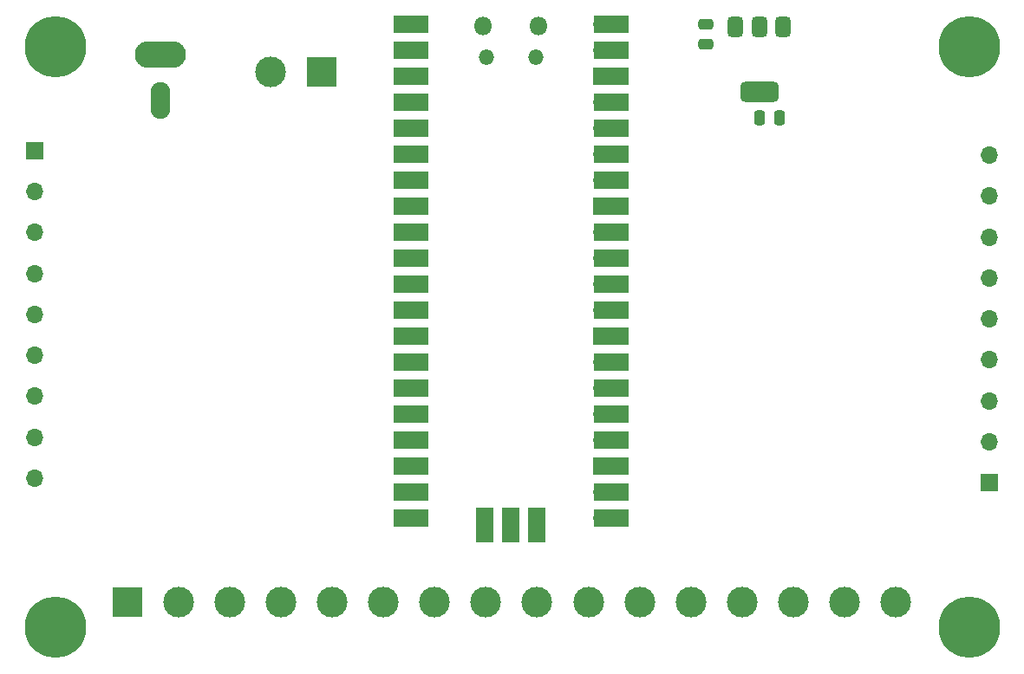
<source format=gbr>
%TF.GenerationSoftware,KiCad,Pcbnew,8.0.1*%
%TF.CreationDate,2024-07-17T22:43:04+10:00*%
%TF.ProjectId,psx,7073782e-6b69-4636-9164-5f7063625858,rev?*%
%TF.SameCoordinates,Original*%
%TF.FileFunction,Soldermask,Top*%
%TF.FilePolarity,Negative*%
%FSLAX46Y46*%
G04 Gerber Fmt 4.6, Leading zero omitted, Abs format (unit mm)*
G04 Created by KiCad (PCBNEW 8.0.1) date 2024-07-17 22:43:04*
%MOMM*%
%LPD*%
G01*
G04 APERTURE LIST*
G04 Aperture macros list*
%AMRoundRect*
0 Rectangle with rounded corners*
0 $1 Rounding radius*
0 $2 $3 $4 $5 $6 $7 $8 $9 X,Y pos of 4 corners*
0 Add a 4 corners polygon primitive as box body*
4,1,4,$2,$3,$4,$5,$6,$7,$8,$9,$2,$3,0*
0 Add four circle primitives for the rounded corners*
1,1,$1+$1,$2,$3*
1,1,$1+$1,$4,$5*
1,1,$1+$1,$6,$7*
1,1,$1+$1,$8,$9*
0 Add four rect primitives between the rounded corners*
20,1,$1+$1,$2,$3,$4,$5,0*
20,1,$1+$1,$4,$5,$6,$7,0*
20,1,$1+$1,$6,$7,$8,$9,0*
20,1,$1+$1,$8,$9,$2,$3,0*%
G04 Aperture macros list end*
%ADD10R,3.000000X3.000000*%
%ADD11C,3.000000*%
%ADD12C,6.000000*%
%ADD13O,1.800000X1.800000*%
%ADD14O,1.500000X1.500000*%
%ADD15O,1.700000X1.700000*%
%ADD16R,3.500000X1.700000*%
%ADD17R,1.700000X1.700000*%
%ADD18R,1.700000X3.500000*%
%ADD19RoundRect,0.250000X-0.475000X0.250000X-0.475000X-0.250000X0.475000X-0.250000X0.475000X0.250000X0*%
%ADD20RoundRect,0.375000X-0.375000X0.625000X-0.375000X-0.625000X0.375000X-0.625000X0.375000X0.625000X0*%
%ADD21RoundRect,0.500000X-1.400000X0.500000X-1.400000X-0.500000X1.400000X-0.500000X1.400000X0.500000X0*%
%ADD22O,5.004000X2.604000*%
%ADD23O,1.904000X3.604000*%
%ADD24RoundRect,0.250000X-0.250000X-0.475000X0.250000X-0.475000X0.250000X0.475000X-0.250000X0.475000X0*%
G04 APERTURE END LIST*
D10*
%TO.C,J4*%
X137500000Y-64500000D03*
D11*
X132500000Y-64500000D03*
%TD*%
D12*
%TO.C,H2*%
X200750000Y-62000000D03*
%TD*%
D13*
%TO.C,U2*%
X153275000Y-59970000D03*
D14*
X153575000Y-63000000D03*
X158425000Y-63000000D03*
D13*
X158725000Y-59970000D03*
D15*
X147110000Y-59840000D03*
D16*
X146210000Y-59840000D03*
D15*
X147110000Y-62380000D03*
D16*
X146210000Y-62380000D03*
D17*
X147110000Y-64920000D03*
D16*
X146210000Y-64920000D03*
D15*
X147110000Y-67460000D03*
D16*
X146210000Y-67460000D03*
D15*
X147110000Y-70000000D03*
D16*
X146210000Y-70000000D03*
D15*
X147110000Y-72540000D03*
D16*
X146210000Y-72540000D03*
D15*
X147110000Y-75080000D03*
D16*
X146210000Y-75080000D03*
D17*
X147110000Y-77620000D03*
D16*
X146210000Y-77620000D03*
D15*
X147110000Y-80160000D03*
D16*
X146210000Y-80160000D03*
D15*
X147110000Y-82700000D03*
D16*
X146210000Y-82700000D03*
D15*
X147110000Y-85240000D03*
D16*
X146210000Y-85240000D03*
D15*
X147110000Y-87780000D03*
D16*
X146210000Y-87780000D03*
D17*
X147110000Y-90320000D03*
D16*
X146210000Y-90320000D03*
D15*
X147110000Y-92860000D03*
D16*
X146210000Y-92860000D03*
D15*
X147110000Y-95400000D03*
D16*
X146210000Y-95400000D03*
D15*
X147110000Y-97940000D03*
D16*
X146210000Y-97940000D03*
D15*
X147110000Y-100480000D03*
D16*
X146210000Y-100480000D03*
D17*
X147110000Y-103020000D03*
D16*
X146210000Y-103020000D03*
D15*
X147110000Y-105560000D03*
D16*
X146210000Y-105560000D03*
D15*
X147110000Y-108100000D03*
D16*
X146210000Y-108100000D03*
D15*
X164890000Y-108100000D03*
D16*
X165790000Y-108100000D03*
D15*
X164890000Y-105560000D03*
D16*
X165790000Y-105560000D03*
D17*
X164890000Y-103020000D03*
D16*
X165790000Y-103020000D03*
D15*
X164890000Y-100480000D03*
D16*
X165790000Y-100480000D03*
D15*
X164890000Y-97940000D03*
D16*
X165790000Y-97940000D03*
D15*
X164890000Y-95400000D03*
D16*
X165790000Y-95400000D03*
D15*
X164890000Y-92860000D03*
D16*
X165790000Y-92860000D03*
D17*
X164890000Y-90320000D03*
D16*
X165790000Y-90320000D03*
D15*
X164890000Y-87780000D03*
D16*
X165790000Y-87780000D03*
D15*
X164890000Y-85240000D03*
D16*
X165790000Y-85240000D03*
D15*
X164890000Y-82700000D03*
D16*
X165790000Y-82700000D03*
D15*
X164890000Y-80160000D03*
D16*
X165790000Y-80160000D03*
D17*
X164890000Y-77620000D03*
D16*
X165790000Y-77620000D03*
D15*
X164890000Y-75080000D03*
D16*
X165790000Y-75080000D03*
D15*
X164890000Y-72540000D03*
D16*
X165790000Y-72540000D03*
D15*
X164890000Y-70000000D03*
D16*
X165790000Y-70000000D03*
D15*
X164890000Y-67460000D03*
D16*
X165790000Y-67460000D03*
D17*
X164890000Y-64920000D03*
D16*
X165790000Y-64920000D03*
D15*
X164890000Y-62380000D03*
D16*
X165790000Y-62380000D03*
D15*
X164890000Y-59840000D03*
D16*
X165790000Y-59840000D03*
D15*
X153460000Y-107870000D03*
D18*
X153460000Y-108770000D03*
D17*
X156000000Y-107870000D03*
D18*
X156000000Y-108770000D03*
D15*
X158540000Y-107870000D03*
D18*
X158540000Y-108770000D03*
%TD*%
D12*
%TO.C,H4*%
X200750000Y-118750000D03*
%TD*%
D19*
%TO.C,C1*%
X175000000Y-59840000D03*
X175000000Y-61739998D03*
%TD*%
D12*
%TO.C,H1*%
X111500000Y-62000000D03*
%TD*%
D20*
%TO.C,U1*%
X182550000Y-60100000D03*
X180250000Y-60100001D03*
D21*
X180250000Y-66399999D03*
D20*
X177950000Y-60100000D03*
%TD*%
D10*
%TO.C,J2*%
X118567500Y-116250000D03*
D11*
X123567500Y-116250000D03*
X128567500Y-116250000D03*
X133567500Y-116250000D03*
X138567500Y-116250000D03*
X143567500Y-116250000D03*
X148567500Y-116250000D03*
X153567500Y-116250000D03*
X158567500Y-116250000D03*
X163567500Y-116250000D03*
X168567500Y-116250000D03*
X173567500Y-116250000D03*
X178567500Y-116250000D03*
X183567500Y-116250000D03*
X188567500Y-116250000D03*
X193567500Y-116250000D03*
%TD*%
D12*
%TO.C,H3*%
X111500000Y-118750000D03*
%TD*%
D17*
%TO.C,J3*%
X202725000Y-104611666D03*
D15*
X202725000Y-100611666D03*
X202725000Y-96611666D03*
X202725000Y-92611666D03*
X202725000Y-88611666D03*
X202725000Y-84611666D03*
X202725000Y-80611666D03*
X202725000Y-76611666D03*
X202725000Y-72611666D03*
%TD*%
D22*
%TO.C,J5*%
X121750000Y-62750000D03*
D23*
X121750000Y-67250001D03*
%TD*%
D17*
%TO.C,J1*%
X109499999Y-72176666D03*
D15*
X109500000Y-76176667D03*
X109500000Y-80176666D03*
X109500000Y-84176666D03*
X109500000Y-88176666D03*
X109500000Y-92176666D03*
X109500000Y-96176666D03*
X109500000Y-100176665D03*
X109499999Y-104176666D03*
%TD*%
D24*
%TO.C,C2*%
X180300000Y-69000000D03*
X182200000Y-69000000D03*
%TD*%
M02*

</source>
